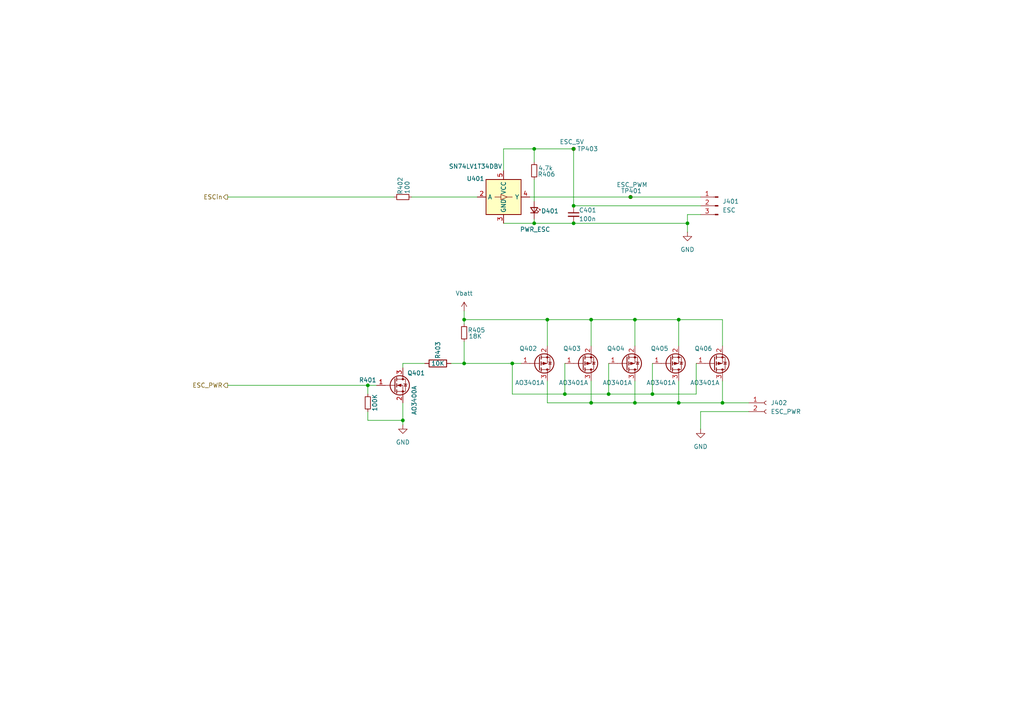
<source format=kicad_sch>
(kicad_sch (version 20241209) (generator "eeschema") (generator_version "9.0")
  (paper "A4")
  (lib_symbols
    (symbol "+3.3V_1" (power) (pin_numbers (hide yes)) (pin_names (offset 0) (hide yes))
      (property "Value" "+3.3V" (at 0 3.556 0))
      (symbol "+3.3V_1_0_1"
        (polyline (pts (xy -0.762 1.27) (xy 0 2.54)))
        (polyline (pts (xy 0 2.54) (xy 0.762 1.27)))
        (polyline (pts (xy 0 0) (xy 0 2.54)))
      )
      (symbol "+3.3V_1_1_1"
        (pin power_in line (at 0 0 90) (length 0) (name "~") (number "1"))
      )
    )
    (symbol "Connector:Conn_01x02_Socket" (pin_names (offset 1.016) (hide yes))
      (property "Reference" "J" (at 0 2.54 0))
      (property "Value" "Conn_01x02_Socket" (at 0 -5.08 0))
      (symbol "Conn_01x02_Socket_1_1"
        (polyline (pts (xy -1.27 0) (xy -0.508 0)) (stroke (width 0.1524)))
        (polyline (pts (xy -1.27 -2.54) (xy -0.508 -2.54)) (stroke (width 0.1524)))
        (arc (start 0 -0.508) (mid -0.5058 0) (end 0 0.508) (stroke (width 0.1524)))
        (arc (start 0 -3.048) (mid -0.5058 -2.54) (end 0 -2.032) (stroke (width 0.1524)))
        (pin passive line (at -5.08 0 0) (length 3.81) (name "Pin_1") (number "1"))
        (pin passive line (at -5.08 -2.54 0) (length 3.81) (name "Pin_2") (number "2"))
      )
    )
    (symbol "Connector:Conn_01x03_Pin" (pin_names (offset 1.016) (hide yes))
      (property "Reference" "J" (at 0 5.08 0))
      (property "Value" "Conn_01x03_Pin" (at 0 -5.08 0))
      (symbol "Conn_01x03_Pin_1_1"
        (rectangle (start 0.8636 2.667) (end 0 2.413) (stroke (width 0.1524)) (fill (type outline)))
        (rectangle (start 0.8636 0.127) (end 0 -0.127) (stroke (width 0.1524)) (fill (type outline)))
        (rectangle (start 0.8636 -2.413) (end 0 -2.667) (stroke (width 0.1524)) (fill (type outline)))
        (polyline (pts (xy 1.27 2.54) (xy 0.8636 2.54)) (stroke (width 0.1524)))
        (polyline (pts (xy 1.27 0) (xy 0.8636 0)) (stroke (width 0.1524)))
        (polyline (pts (xy 1.27 -2.54) (xy 0.8636 -2.54)) (stroke (width 0.1524)))
        (pin passive line (at 5.08 2.54 180) (length 3.81) (name "Pin_1") (number "1"))
        (pin passive line (at 5.08 0 180) (length 3.81) (name "Pin_2") (number "2"))
        (pin passive line (at 5.08 -2.54 180) (length 3.81) (name "Pin_3") (number "3"))
      )
    )
    (symbol "Connector:TestPoint_Small" (pin_numbers (hide yes)) (pin_names (offset 0.762) (hide yes))
      (property "Reference" "TP" (at 0 3.81 0))
      (property "Value" "TestPoint_Small" (at 0 2.032 0))
      (symbol "TestPoint_Small_0_1"
        (circle (center 0 0) (radius 0.508))
      )
      (symbol "TestPoint_Small_1_1"
        (pin passive line (at 0 0 90) (length 0) (name "1") (number "1"))
      )
    )
    (symbol "Device:C_Small" (pin_numbers (hide yes)) (pin_names (offset 0.254) (hide yes))
      (property "Reference" "C" (at 0.254 1.778 0))
      (property "Value" "C_Small" (at 0.254 -2.032 0))
      (symbol "C_Small_0_1"
        (polyline (pts (xy -1.524 0.508) (xy 1.524 0.508)) (stroke (width 0.3048)))
        (polyline (pts (xy -1.524 -0.508) (xy 1.524 -0.508)) (stroke (width 0.3302)))
      )
      (symbol "C_Small_1_1"
        (pin passive line (at 0 2.54 270) (length 2.032) (name "~") (number "1"))
        (pin passive line (at 0 -2.54 90) (length 2.032) (name "~") (number "2"))
      )
    )
    (symbol "Device:LED_Small" (pin_numbers (hide yes)) (pin_names (offset 0.254) (hide yes))
      (property "Reference" "D" (at -1.27 3.175 0))
      (property "Value" "LED_Small" (at -4.445 -2.54 0))
      (symbol "LED_Small_0_1"
        (polyline (pts (xy -0.762 -1.016) (xy -0.762 1.016)) (stroke (width 0.254)))
        (polyline (pts (xy 0 0.762) (xy -0.508 1.27) (xy -0.254 1.27) (xy -0.508 1.27) (xy -0.508 1.016)))
        (polyline (pts (xy 0.508 1.27) (xy 0 1.778) (xy 0.254 1.778) (xy 0 1.778) (xy 0 1.524)))
        (polyline (pts (xy 0.762 -1.016) (xy -0.762 0) (xy 0.762 1.016) (xy 0.762 -1.016)) (stroke (width 0.254)))
        (polyline (pts (xy 1.016 0) (xy -0.762 0)))
      )
      (symbol "LED_Small_1_1"
        (pin passive line (at -2.54 0 0) (length 1.778) (name "K") (number "1"))
        (pin passive line (at 2.54 0 180) (length 1.778) (name "A") (number "2"))
      )
    )
    (symbol "Device:R" (pin_numbers (hide yes)) (pin_names (offset 0))
      (property "Reference" "R" (at 2.032 0 90))
      (property "Value" "R" (at 0 0 90))
      (symbol "R_0_1"
        (rectangle (start -1.016 -2.54) (end 1.016 2.54) (stroke (width 0.254)))
      )
      (symbol "R_1_1"
        (pin passive line (at 0 3.81 270) (length 1.27) (name "~") (number "1"))
        (pin passive line (at 0 -3.81 90) (length 1.27) (name "~") (number "2"))
      )
    )
    (symbol "Device:R_Small" (pin_numbers (hide yes)) (pin_names (offset 0.254) (hide yes))
      (property "Reference" "R" (at 0.762 0.508 0))
      (property "Value" "R_Small" (at 0.762 -1.016 0))
      (symbol "R_Small_0_1"
        (rectangle (start -0.762 1.778) (end 0.762 -1.778) (stroke (width 0.2032)))
      )
      (symbol "R_Small_1_1"
        (pin passive line (at 0 2.54 270) (length 0.762) (name "~") (number "1"))
        (pin passive line (at 0 -2.54 90) (length 0.762) (name "~") (number "2"))
      )
    )
    (symbol "Logic_LevelTranslator:SN74LV1T34DBV"
      (property "Reference" "U" (at 5.08 6.35 0))
      (property "Value" "SN74LV1T34DBV" (at 5.08 3.81 0))
      (symbol "SN74LV1T34DBV_0_1"
        (rectangle (start -5.08 5.08) (end 5.08 -5.08) (stroke (width 0.254)) (fill (type background)))
        (polyline (pts (xy -0.762 0) (xy -2.54 0)))
        (polyline (pts (xy 1.016 0) (xy 2.54 0)))
      )
      (symbol "SN74LV1T34DBV_1_1"
        (polyline (pts (xy -0.762 -0.762) (xy -0.762 0.762) (xy 1.016 0) (xy -0.762 -0.762)))
        (pin input line (at -7.62 0 0) (length 2.54) (name "A") (number "2"))
        (pin no_connect line (at -5.08 2.54 0) (length 2.54) (hide yes) (name "NC") (number "1"))
        (pin power_in line (at 0 7.62 270) (length 2.54) (name "VCC") (number "5"))
        (pin power_in line (at 0 -7.62 90) (length 2.54) (name "GND") (number "3"))
        (pin output line (at 7.62 0 180) (length 2.54) (name "Y") (number "4"))
      )
    )
    (symbol "Transistor_FET:2N7002" (pin_names (hide yes))
      (property "Reference" "Q" (at 5.08 1.905 0))
      (property "Value" "2N7002" (at 5.08 0 0))
      (symbol "2N7002_0_1"
        (polyline (pts (xy 0.254 1.905) (xy 0.254 -1.905)) (stroke (width 0.254)))
        (polyline (pts (xy 0.254 0) (xy -2.54 0)))
        (polyline (pts (xy 0.762 2.286) (xy 0.762 1.27)) (stroke (width 0.254)))
        (polyline (pts (xy 0.762 0.508) (xy 0.762 -0.508)) (stroke (width 0.254)))
        (polyline (pts (xy 0.762 -1.27) (xy 0.762 -2.286)) (stroke (width 0.254)))
        (polyline (pts (xy 0.762 -1.778) (xy 3.302 -1.778) (xy 3.302 1.778) (xy 0.762 1.778)))
        (polyline (pts (xy 1.016 0) (xy 2.032 0.381) (xy 2.032 -0.381) (xy 1.016 0)) (fill (type outline)))
        (circle (center 1.651 0) (radius 2.794) (stroke (width 0.254)))
        (polyline (pts (xy 2.54 2.54) (xy 2.54 1.778)))
        (circle (center 2.54 1.778) (radius 0.254) (fill (type outline)))
        (circle (center 2.54 -1.778) (radius 0.254) (fill (type outline)))
        (polyline (pts (xy 2.54 -2.54) (xy 2.54 0) (xy 0.762 0)))
        (polyline (pts (xy 2.794 0.508) (xy 2.921 0.381) (xy 3.683 0.381) (xy 3.81 0.254)))
        (polyline (pts (xy 3.302 0.381) (xy 2.921 -0.254) (xy 3.683 -0.254) (xy 3.302 0.381)))
      )
      (symbol "2N7002_1_1"
        (pin input line (at -5.08 0 0) (length 2.54) (name "G") (number "1"))
        (pin passive line (at 2.54 5.08 270) (length 2.54) (name "D") (number "3"))
        (pin passive line (at 2.54 -5.08 90) (length 2.54) (name "S") (number "2"))
      )
    )
    (symbol "Transistor_FET:AO3401A" (pin_names (hide yes))
      (property "Reference" "Q" (at 5.08 1.905 0))
      (property "Value" "AO3401A" (at 5.08 0 0))
      (symbol "AO3401A_0_1"
        (polyline (pts (xy 0.254 1.905) (xy 0.254 -1.905)) (stroke (width 0.254)))
        (polyline (pts (xy 0.254 0) (xy -2.54 0)))
        (polyline (pts (xy 0.762 2.286) (xy 0.762 1.27)) (stroke (width 0.254)))
        (polyline (pts (xy 0.762 1.778) (xy 3.302 1.778) (xy 3.302 -1.778) (xy 0.762 -1.778)))
        (polyline (pts (xy 0.762 0.508) (xy 0.762 -0.508)) (stroke (width 0.254)))
        (polyline (pts (xy 0.762 -1.27) (xy 0.762 -2.286)) (stroke (width 0.254)))
        (circle (center 1.651 0) (radius 2.794) (stroke (width 0.254)))
        (polyline (pts (xy 2.286 0) (xy 1.27 0.381) (xy 1.27 -0.381) (xy 2.286 0)) (fill (type outline)))
        (polyline (pts (xy 2.54 2.54) (xy 2.54 1.778)))
        (circle (center 2.54 1.778) (radius 0.254) (fill (type outline)))
        (circle (center 2.54 -1.778) (radius 0.254) (fill (type outline)))
        (polyline (pts (xy 2.54 -2.54) (xy 2.54 0) (xy 0.762 0)))
        (polyline (pts (xy 2.794 -0.508) (xy 2.921 -0.381) (xy 3.683 -0.381) (xy 3.81 -0.254)))
        (polyline (pts (xy 3.302 -0.381) (xy 2.921 0.254) (xy 3.683 0.254) (xy 3.302 -0.381)))
      )
      (symbol "AO3401A_1_1"
        (pin input line (at -5.08 0 0) (length 2.54) (name "G") (number "1"))
        (pin passive line (at 2.54 5.08 270) (length 2.54) (name "D") (number "3"))
        (pin passive line (at 2.54 -5.08 90) (length 2.54) (name "S") (number "2"))
      )
    )
    (symbol "power:GND" (power) (pin_numbers (hide yes)) (pin_names (offset 0) (hide yes))
      (property "Value" "GND" (at 0 -3.81 0))
      (symbol "GND_0_1"
        (polyline (pts (xy 0 0) (xy 0 -1.27) (xy 1.27 -1.27) (xy 0 -2.54) (xy -1.27 -1.27) (xy 0 -1.27)))
      )
      (symbol "GND_1_1"
        (pin power_in line (at 0 0 270) (length 0) (name "~") (number "1"))
      )
    )
  )
  (junction (at 171.45 92.71))
  (junction (at 196.85 92.71))
  (junction (at 166.37 59.69))
  (junction (at 199.39 64.77))
  (junction (at 154.94 43.18))
  (junction (at 209.55 116.84))
  (junction (at 148.59 105.41))
  (junction (at 176.53 114.3))
  (junction (at 166.37 64.77))
  (junction (at 184.15 116.84))
  (junction (at 184.15 92.71))
  (junction (at 154.94 64.77))
  (junction (at 134.62 105.41))
  (junction (at 189.23 114.3))
  (junction (at 166.37 43.18))
  (junction (at 182.88 57.15))
  (junction (at 116.84 121.92))
  (junction (at 134.62 92.71))
  (junction (at 158.75 92.71))
  (junction (at 196.85 116.84))
  (junction (at 106.68 111.76))
  (junction (at 163.83 114.3))
  (junction (at 171.45 116.84))
  (wire (pts (xy 158.75 92.71) (xy 158.75 100.33)))
  (wire (pts (xy 209.55 116.84) (xy 217.17 116.84)))
  (wire (pts (xy 201.93 105.41) (xy 201.93 114.3)))
  (wire (pts (xy 184.15 92.71) (xy 196.85 92.71)))
  (wire (pts (xy 116.84 105.41) (xy 116.84 106.68)))
  (wire (pts (xy 109.22 111.76) (xy 106.68 111.76)))
  (wire (pts (xy 154.94 43.18) (xy 154.94 46.99)))
  (wire (pts (xy 203.2 119.38) (xy 203.2 124.46)))
  (wire (pts (xy 209.55 92.71) (xy 209.55 100.33)))
  (wire (pts (xy 163.83 105.41) (xy 163.83 114.3)))
  (wire (pts (xy 217.17 119.38) (xy 203.2 119.38)))
  (wire (pts (xy 196.85 92.71) (xy 209.55 92.71)))
  (wire (pts (xy 196.85 92.71) (xy 196.85 100.33)))
  (wire (pts (xy 199.39 62.23) (xy 199.39 64.77)))
  (wire (pts (xy 106.68 111.76) (xy 106.68 114.3)))
  (wire (pts (xy 171.45 116.84) (xy 184.15 116.84)))
  (wire (pts (xy 166.37 59.69) (xy 203.2 59.69)))
  (wire (pts (xy 134.62 105.41) (xy 130.81 105.41)))
  (wire (pts (xy 134.62 90.17) (xy 134.62 92.71)))
  (wire (pts (xy 116.84 123.19) (xy 116.84 121.92)))
  (wire (pts (xy 199.39 64.77) (xy 199.39 67.31)))
  (wire (pts (xy 66.04 57.15) (xy 114.3 57.15)))
  (wire (pts (xy 158.75 116.84) (xy 171.45 116.84)))
  (wire (pts (xy 134.62 92.71) (xy 158.75 92.71)))
  (wire (pts (xy 116.84 121.92) (xy 116.84 116.84)))
  (wire (pts (xy 158.75 92.71) (xy 171.45 92.71)))
  (wire (pts (xy 106.68 119.38) (xy 106.68 121.92)))
  (wire (pts (xy 184.15 92.71) (xy 184.15 100.33)))
  (wire (pts (xy 134.62 99.06) (xy 134.62 105.41)))
  (wire (pts (xy 153.67 57.15) (xy 182.88 57.15)))
  (wire (pts (xy 196.85 116.84) (xy 209.55 116.84)))
  (wire (pts (xy 154.94 43.18) (xy 166.37 43.18)))
  (wire (pts (xy 171.45 110.49) (xy 171.45 116.84)))
  (wire (pts (xy 158.75 110.49) (xy 158.75 116.84)))
  (wire (pts (xy 146.05 43.18) (xy 146.05 49.53)))
  (wire (pts (xy 166.37 64.77) (xy 199.39 64.77)))
  (wire (pts (xy 154.94 52.07) (xy 154.94 58.42)))
  (wire (pts (xy 154.94 63.5) (xy 154.94 64.77)))
  (wire (pts (xy 166.37 43.18) (xy 166.37 59.69)))
  (wire (pts (xy 189.23 114.3) (xy 201.93 114.3)))
  (wire (pts (xy 189.23 105.41) (xy 189.23 114.3)))
  (wire (pts (xy 203.2 62.23) (xy 199.39 62.23)))
  (wire (pts (xy 171.45 92.71) (xy 184.15 92.71)))
  (wire (pts (xy 151.13 105.41) (xy 148.59 105.41)))
  (wire (pts (xy 66.04 111.76) (xy 106.68 111.76)))
  (wire (pts (xy 134.62 105.41) (xy 148.59 105.41)))
  (wire (pts (xy 154.94 64.77) (xy 166.37 64.77)))
  (wire (pts (xy 146.05 64.77) (xy 154.94 64.77)))
  (wire (pts (xy 134.62 92.71) (xy 134.62 93.98)))
  (wire (pts (xy 184.15 110.49) (xy 184.15 116.84)))
  (wire (pts (xy 196.85 110.49) (xy 196.85 116.84)))
  (wire (pts (xy 148.59 105.41) (xy 148.59 114.3)))
  (wire (pts (xy 146.05 43.18) (xy 154.94 43.18)))
  (wire (pts (xy 123.19 105.41) (xy 116.84 105.41)))
  (wire (pts (xy 176.53 105.41) (xy 176.53 114.3)))
  (wire (pts (xy 119.38 57.15) (xy 138.43 57.15)))
  (wire (pts (xy 163.83 114.3) (xy 148.59 114.3)))
  (wire (pts (xy 189.23 114.3) (xy 176.53 114.3)))
  (wire (pts (xy 176.53 114.3) (xy 163.83 114.3)))
  (wire (pts (xy 106.68 121.92) (xy 116.84 121.92)))
  (wire (pts (xy 171.45 92.71) (xy 171.45 100.33)))
  (wire (pts (xy 182.88 57.15) (xy 203.2 57.15)))
  (wire (pts (xy 209.55 110.49) (xy 209.55 116.84)))
  (wire (pts (xy 184.15 116.84) (xy 196.85 116.84)))
  (hierarchical_label "ESC_PWR" (shape output) (at 66.04 111.76 180))
  (hierarchical_label "ESCin" (shape output) (at 66.04 57.15 180))
  (symbol (lib_id "Transistor_FET:AO3401A") (at 168.91 105.41 0) (mirror x) (unit 1)
    (property "Reference" "Q303" (at 163.322 101.092 0) (effects (justify left)))
    (property "Value" "AO3401A" (at 162.052 110.998 0) (effects (justify left)))
    (property "Footprint" "Package_TO_SOT_SMD:SOT-23" (effects (hide yes)))
    (property "Datasheet" "http://www.aosmd.com/pdfs/datasheet/AO3401A.pdf" (effects (hide yes)))
    (property "Description" "-4.0A Id, -30V Vds, P-Channel MOSFET, SOT-23" (effects (hide yes)))
    (property "LCSC" "C15127" (effects (hide yes)))
    (instances (project "Robobuoy-Sub-v2_0" (path "" (reference "Q403") (unit 1)) (path "" (reference "Q303") (unit 1))))
  )
  (symbol (lib_id "Transistor_FET:AO3401A") (at 207.01 105.41 0) (mirror x) (unit 1)
    (property "Reference" "Q306" (at 201.422 101.092 0) (effects (justify left)))
    (property "Value" "AO3401A" (at 200.152 110.998 0) (effects (justify left)))
    (property "Footprint" "Package_TO_SOT_SMD:SOT-23" (effects (hide yes)))
    (property "Datasheet" "http://www.aosmd.com/pdfs/datasheet/AO3401A.pdf" (effects (hide yes)))
    (property "Description" "-4.0A Id, -30V Vds, P-Channel MOSFET, SOT-23" (effects (hide yes)))
    (property "LCSC" "C15127" (effects (hide yes)))
    (instances (project "Robobuoy-Sub-v2_0" (path "" (reference "Q406") (unit 1)) (path "" (reference "Q306") (unit 1))))
  )
  (symbol (lib_id "power:GND") (at 203.2 124.46 0) (unit 1)
    (property "Reference" "#PWR0305" (effects (hide yes)))
    (property "Value" "GND" (at 203.2 129.54 0))
    (property "Description" "Power symbol creates a global label with name \"GND\" , ground" (effects (hide yes)))
    (instances (project "Robobuoy-Sub-v2_0" (path "" (reference "#PWR0405") (unit 1)) (path "" (reference "#PWR0305") (unit 1))))
  )
  (symbol (lib_name "+3.3V_1") (lib_id "power:+3.3V") (at 134.62 90.17 0) (unit 1)
    (property "Reference" "#PWR0303" (effects (hide yes)))
    (property "Value" "Vbatt" (at 134.62 85.09 0))
    (property "Description" "Power symbol creates a global label with name \"+3.3V\"" (effects (hide yes)))
    (instances (project "Robobuoy-Sub-v2_0" (path "" (reference "#PWR0403") (unit 1)) (path "" (reference "#PWR0303") (unit 1))))
  )
  (symbol (lib_id "Device:C_Small") (at 166.37 62.23 0) (unit 1)
    (property "Reference" "C301" (at 167.894 60.96 0) (effects (justify left)))
    (property "Value" "100n" (at 167.894 63.5 0) (effects (justify left)))
    (property "Footprint" "A_Device:C_0603" (effects (hide yes)))
    (property "LCSC" "C14663" (effects (hide yes)))
    (instances (project "Robobuoy-Sub-v2_0" (path "" (reference "C401") (unit 1)) (path "" (reference "C301") (unit 1))))
  )
  (symbol (lib_id "Device:LED_Small") (at 154.94 60.96 270) (mirror x) (unit 1)
    (property "Reference" "D301" (at 159.512 61.214 90))
    (property "Value" "PWR_ESC" (at 155.194 66.548 90))
    (property "Footprint" "LED_SMD:LED_0603_1608Metric" (effects (hide yes)))
    (property "Datasheet" "https://datasheet.lcsc.com/szlcsc/Hubei-KENTO-Elec-KT-0603R_C2286.pdf" (effects (hide yes)))
    (property "LCSC" "C2286" (effects (hide yes)))
    (instances (project "Robobuoy-Sub-v2_0" (path "" (reference "D401") (unit 1)) (path "" (reference "D301") (unit 1))))
  )
  (symbol (lib_id "power:GND") (at 199.39 67.31 0) (unit 1)
    (property "Reference" "#PWR0302" (effects (hide yes)))
    (property "Value" "GND" (at 199.39 72.39 0))
    (property "Description" "Power symbol creates a global label with name \"GND\" , ground" (effects (hide yes)))
    (instances (project "Robobuoy-Sub-v2_0" (path "" (reference "#PWR0402") (unit 1)) (path "" (reference "#PWR0302") (unit 1))))
  )
  (symbol (lib_id "Connector:Conn_01x03_Pin") (at 208.28 59.69 0) (mirror y) (unit 1)
    (property "Reference" "J301" (at 209.55 58.4199 0) (effects (justify right)))
    (property "Value" "ESC" (at 209.55 60.9599 0) (effects (justify right)))
    (property "Footprint" "Connector_JST:JST_XH_B3B-XH-A_1x03_P2.50mm_Vertical" (effects (hide yes)))
    (property "Description" "Generic connector, single row, 01x03, script generated" (effects (hide yes)))
    (property "LCSC" "C5341202" (effects (hide yes)))
    (instances (project "Robobuoy-Sub-v2_0" (path "" (reference "J401") (unit 1)) (path "" (reference "J301") (unit 1))))
  )
  (symbol (lib_id "Device:R_Small") (at 154.94 49.53 0) (mirror x) (unit 1)
    (property "Reference" "R306" (at 158.496 50.546 0))
    (property "Value" "4.7k" (at 158.242 48.768 0))
    (property "Footprint" "A_Device:R_0603" (effects (hide yes)))
    (property "LCSC" "C4177" (effects (hide yes)))
    (instances (project "Robobuoy-Sub-v2_0" (path "" (reference "R406") (unit 1)) (path "" (reference "R306") (unit 1))))
  )
  (symbol (lib_id "Transistor_FET:2N7002") (at 114.3 111.76 0) (unit 1)
    (property "Reference" "Q301" (at 118.11 108.204 0) (effects (justify left)))
    (property "Value" "AO3400A" (at 120.142 120.396 90) (effects (justify left)))
    (property "Footprint" "Package_TO_SOT_SMD:SOT-23" (effects (hide yes)))
    (property "Datasheet" "https://wmsc.lcsc.com/wmsc/upload/file/pdf/v2/lcsc/1811081213_Alpha---Omega-Semicon-AO3400A_C20917.pdf" (effects (hide yes)))
    (property "Description" "5.7A Id, 30V Vds, N-Channel MOSFET, SOT-23" (effects (hide yes)))
    (property "LCSC" "C20917" (effects (hide yes)))
    (instances (project "Robobuoy-Sub-v2_0" (path "" (reference "Q401") (unit 1)) (path "" (reference "Q301") (unit 1))))
  )
  (symbol (lib_id "Device:R") (at 127 105.41 90) (unit 1)
    (property "Reference" "R303" (at 127 104.14 0) (effects (justify left)))
    (property "Value" "10K" (at 127 105.41 90))
    (property "Footprint" "A_Device:R_0603" (effects (hide yes)))
    (property "Farnell" "2331736" (effects (hide yes)))
    (property "MF" "TE CONNECTIVITY" (effects (hide yes)))
    (property "MFN" "CRGH0603F10K" (effects (hide yes)))
    (property "LCSC" "C25804" (effects (hide yes)))
    (instances (project "Robobuoy-Sub-v2_0" (path "" (reference "R403") (unit 1)) (path "" (reference "R303") (unit 1))))
  )
  (symbol (lib_id "Transistor_FET:AO3401A") (at 156.21 105.41 0) (mirror x) (unit 1)
    (property "Reference" "Q302" (at 150.622 101.092 0) (effects (justify left)))
    (property "Value" "AO3401A" (at 149.352 110.998 0) (effects (justify left)))
    (property "Footprint" "Package_TO_SOT_SMD:SOT-23" (effects (hide yes)))
    (property "Datasheet" "http://www.aosmd.com/pdfs/datasheet/AO3401A.pdf" (effects (hide yes)))
    (property "Description" "-4.0A Id, -30V Vds, P-Channel MOSFET, SOT-23" (effects (hide yes)))
    (property "LCSC" "C15127" (effects (hide yes)))
    (instances (project "Robobuoy-Sub-v2_0" (path "" (reference "Q402") (unit 1)) (path "" (reference "Q302") (unit 1))))
  )
  (symbol (lib_id "Connector:Conn_01x02_Socket") (at 222.25 116.84 0) (unit 1)
    (property "Reference" "J302" (at 223.52 116.8399 0) (effects (justify left)))
    (property "Value" "ESC_PWR" (at 223.52 119.3799 0) (effects (justify left)))
    (property "Footprint" "Connector_Wire:SolderWire-0.75sqmm_1x02_P4.8mm_D1.25mm_OD2.3mm" (effects (hide yes)))
    (instances (project "Robobuoy-Sub-v2_0" (path "" (reference "J402") (unit 1)) (path "" (reference "J302") (unit 1))))
  )
  (symbol (lib_id "Transistor_FET:AO3401A") (at 181.61 105.41 0) (mirror x) (unit 1)
    (property "Reference" "Q304" (at 176.022 101.092 0) (effects (justify left)))
    (property "Value" "AO3401A" (at 174.752 110.998 0) (effects (justify left)))
    (property "Footprint" "Package_TO_SOT_SMD:SOT-23" (effects (hide yes)))
    (property "Datasheet" "http://www.aosmd.com/pdfs/datasheet/AO3401A.pdf" (effects (hide yes)))
    (property "Description" "-4.0A Id, -30V Vds, P-Channel MOSFET, SOT-23" (effects (hide yes)))
    (property "LCSC" "C15127" (effects (hide yes)))
    (instances (project "Robobuoy-Sub-v2_0" (path "" (reference "Q404") (unit 1)) (path "" (reference "Q304") (unit 1))))
  )
  (symbol (lib_id "Device:R_Small") (at 106.68 116.84 0) (mirror y) (unit 1)
    (property "Reference" "R301" (at 109.22 110.236 0) (effects (justify left)))
    (property "Value" "100K" (at 108.712 119.38 90) (effects (justify left)))
    (property "Footprint" "A_Device:R_0603" (effects (hide yes)))
    (property "Description" "Resistor, small symbol" (effects (hide yes)))
    (property "LCSC" "C25804" (effects (hide yes)))
    (instances (project "Robobuoy-Sub-v2_0" (path "" (reference "R401") (unit 1)) (path "" (reference "R301") (unit 1))))
  )
  (symbol (lib_id "power:GND") (at 116.84 123.19 0) (unit 1)
    (property "Reference" "#PWR0304" (effects (hide yes)))
    (property "Value" "GND" (at 116.84 128.27 0))
    (property "Description" "Power symbol creates a global label with name \"GND\" , ground" (effects (hide yes)))
    (instances (project "Robobuoy-Sub-v2_0" (path "" (reference "#PWR0404") (unit 1)) (path "" (reference "#PWR0304") (unit 1))))
  )
  (symbol (lib_id "Connector:TestPoint_Small") (at 166.37 43.18 0) (unit 1) (in_bom no)
    (property "Reference" "TP303" (at 167.386 43.18 0) (effects (justify left)))
    (property "Value" "ESC_5V" (at 162.306 41.148 0) (effects (justify left)))
    (property "Footprint" "A_Pads_Pins:Testpad_1" (effects (hide yes)))
    (property "Description" "test point" (effects (hide yes)))
    (instances (project "Robobuoy-Sub-v2_0" (path "" (reference "TP403") (unit 1)) (path "" (reference "TP303") (unit 1))))
  )
  (symbol (lib_id "Device:R_Small") (at 134.62 96.52 0) (unit 1)
    (property "Reference" "R305" (at 135.636 95.758 0) (effects (justify left)))
    (property "Value" "18K" (at 135.89 97.536 0) (effects (justify left)))
    (property "Footprint" "A_Device:R_0603" (effects (hide yes)))
    (property "Description" "Resistor, small symbol" (effects (hide yes)))
    (property "LCSC" "C25810" (effects (hide yes)))
    (instances (project "Robobuoy-Sub-v2_0" (path "" (reference "R405") (unit 1)) (path "" (reference "R305") (unit 1))))
  )
  (symbol (lib_id "Device:R_Small") (at 116.84 57.15 270) (unit 1)
    (property "Reference" "R302" (at 116.078 53.848 0))
    (property "Value" "100" (at 118.11 54.356 0))
    (property "Footprint" "A_Device:R_0603" (effects (hide yes)))
    (property "Description" "Resistor, small symbol" (effects (hide yes)))
    (property "LCSC" "C22775" (effects (hide yes)))
    (instances (project "Robobuoy-Sub-v2_0" (path "" (reference "R402") (unit 1)) (path "" (reference "R302") (unit 1))))
  )
  (symbol (lib_id "Transistor_FET:AO3401A") (at 194.31 105.41 0) (mirror x) (unit 1)
    (property "Reference" "Q305" (at 188.722 101.092 0) (effects (justify left)))
    (property "Value" "AO3401A" (at 187.452 110.998 0) (effects (justify left)))
    (property "Footprint" "Package_TO_SOT_SMD:SOT-23" (effects (hide yes)))
    (property "Datasheet" "http://www.aosmd.com/pdfs/datasheet/AO3401A.pdf" (effects (hide yes)))
    (property "Description" "-4.0A Id, -30V Vds, P-Channel MOSFET, SOT-23" (effects (hide yes)))
    (property "LCSC" "C15127" (effects (hide yes)))
    (instances (project "Robobuoy-Sub-v2_0" (path "" (reference "Q405") (unit 1)) (path "" (reference "Q305") (unit 1))))
  )
  (symbol (lib_id "Logic_LevelTranslator:SN74LV1T34DBV") (at 146.05 57.15 0) (unit 1)
    (property "Reference" "U301" (at 137.922 51.816 0))
    (property "Value" "SN74LV1T34DBV" (at 137.922 48.26 0))
    (property "Footprint" "Package_TO_SOT_SMD:SOT-23-5" (effects (hide yes)))
    (property "Datasheet" "https://www.ti.com/lit/ds/symlink/sn74lv1t34.pdf" (effects (hide yes)))
    (property "Description" "Single Power Supply, Single Buffer GATE, CMOS Logic, Level Shifter, SOT-23-5" (effects (hide yes)))
    (property "LCSC" "C100024" (effects (hide yes)))
    (instances (project "Robobuoy-Sub-v2_0" (path "" (reference "U401") (unit 1)) (path "" (reference "U301") (unit 1))))
  )
  (symbol (lib_id "Connector:TestPoint_Small") (at 182.88 57.15 0) (unit 1) (in_bom no)
    (property "Reference" "TP301" (at 180.086 55.372 0) (effects (justify left)))
    (property "Value" "ESC_PWM" (at 178.816 53.594 0) (effects (justify left)))
    (property "Footprint" "A_Pads_Pins:Testpad_1" (effects (hide yes)))
    (property "Description" "test point" (effects (hide yes)))
    (instances (project "Robobuoy-Sub-v2_0" (path "" (reference "TP401") (unit 1)) (path "" (reference "TP301") (unit 1))))
  )
)
</source>
